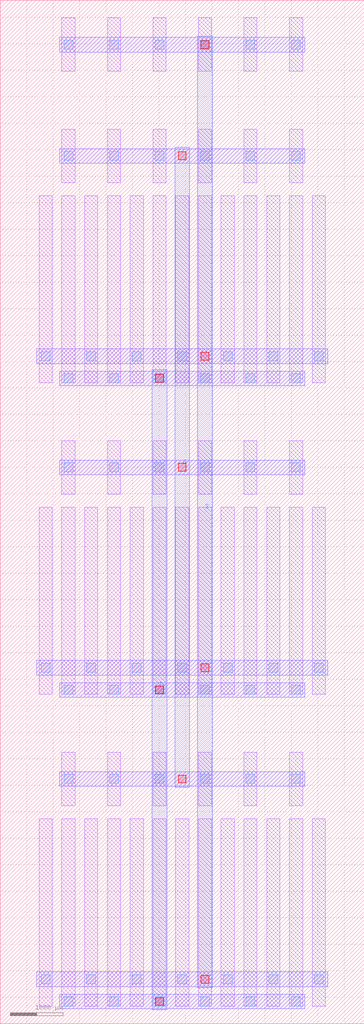
<source format=lef>
MACRO NMOS_S_89651636_X6_Y3
  UNITS 
    DATABASE MICRONS UNITS 1000;
  END UNITS 
  ORIGIN 0 0 ;
  FOREIGN NMOS_S_89651636_X6_Y3 0 0 ;
  SIZE 6880 BY 19320 ;
  PIN D
    DIRECTION INOUT ;
    USE SIGNAL ;
    PORT
      LAYER M3 ;
        RECT 2870 260 3150 12340 ;
    END
  END D
  PIN G
    DIRECTION INOUT ;
    USE SIGNAL ;
    PORT
      LAYER M3 ;
        RECT 3300 4460 3580 16540 ;
    END
  END G
  PIN S
    DIRECTION INOUT ;
    USE SIGNAL ;
    PORT
      LAYER M3 ;
        RECT 3730 680 4010 18640 ;
    END
  END S
  OBS
    LAYER M1 ;
      RECT 1165 335 1415 3865 ;
    LAYER M1 ;
      RECT 1165 4115 1415 5125 ;
    LAYER M1 ;
      RECT 1165 6215 1415 9745 ;
    LAYER M1 ;
      RECT 1165 9995 1415 11005 ;
    LAYER M1 ;
      RECT 1165 12095 1415 15625 ;
    LAYER M1 ;
      RECT 1165 15875 1415 16885 ;
    LAYER M1 ;
      RECT 1165 17975 1415 18985 ;
    LAYER M1 ;
      RECT 735 335 985 3865 ;
    LAYER M1 ;
      RECT 735 6215 985 9745 ;
    LAYER M1 ;
      RECT 735 12095 985 15625 ;
    LAYER M1 ;
      RECT 1595 335 1845 3865 ;
    LAYER M1 ;
      RECT 1595 6215 1845 9745 ;
    LAYER M1 ;
      RECT 1595 12095 1845 15625 ;
    LAYER M1 ;
      RECT 2025 335 2275 3865 ;
    LAYER M1 ;
      RECT 2025 4115 2275 5125 ;
    LAYER M1 ;
      RECT 2025 6215 2275 9745 ;
    LAYER M1 ;
      RECT 2025 9995 2275 11005 ;
    LAYER M1 ;
      RECT 2025 12095 2275 15625 ;
    LAYER M1 ;
      RECT 2025 15875 2275 16885 ;
    LAYER M1 ;
      RECT 2025 17975 2275 18985 ;
    LAYER M1 ;
      RECT 2455 335 2705 3865 ;
    LAYER M1 ;
      RECT 2455 6215 2705 9745 ;
    LAYER M1 ;
      RECT 2455 12095 2705 15625 ;
    LAYER M1 ;
      RECT 2885 335 3135 3865 ;
    LAYER M1 ;
      RECT 2885 4115 3135 5125 ;
    LAYER M1 ;
      RECT 2885 6215 3135 9745 ;
    LAYER M1 ;
      RECT 2885 9995 3135 11005 ;
    LAYER M1 ;
      RECT 2885 12095 3135 15625 ;
    LAYER M1 ;
      RECT 2885 15875 3135 16885 ;
    LAYER M1 ;
      RECT 2885 17975 3135 18985 ;
    LAYER M1 ;
      RECT 3315 335 3565 3865 ;
    LAYER M1 ;
      RECT 3315 6215 3565 9745 ;
    LAYER M1 ;
      RECT 3315 12095 3565 15625 ;
    LAYER M1 ;
      RECT 3745 335 3995 3865 ;
    LAYER M1 ;
      RECT 3745 4115 3995 5125 ;
    LAYER M1 ;
      RECT 3745 6215 3995 9745 ;
    LAYER M1 ;
      RECT 3745 9995 3995 11005 ;
    LAYER M1 ;
      RECT 3745 12095 3995 15625 ;
    LAYER M1 ;
      RECT 3745 15875 3995 16885 ;
    LAYER M1 ;
      RECT 3745 17975 3995 18985 ;
    LAYER M1 ;
      RECT 4175 335 4425 3865 ;
    LAYER M1 ;
      RECT 4175 6215 4425 9745 ;
    LAYER M1 ;
      RECT 4175 12095 4425 15625 ;
    LAYER M1 ;
      RECT 4605 335 4855 3865 ;
    LAYER M1 ;
      RECT 4605 4115 4855 5125 ;
    LAYER M1 ;
      RECT 4605 6215 4855 9745 ;
    LAYER M1 ;
      RECT 4605 9995 4855 11005 ;
    LAYER M1 ;
      RECT 4605 12095 4855 15625 ;
    LAYER M1 ;
      RECT 4605 15875 4855 16885 ;
    LAYER M1 ;
      RECT 4605 17975 4855 18985 ;
    LAYER M1 ;
      RECT 5035 335 5285 3865 ;
    LAYER M1 ;
      RECT 5035 6215 5285 9745 ;
    LAYER M1 ;
      RECT 5035 12095 5285 15625 ;
    LAYER M1 ;
      RECT 5465 335 5715 3865 ;
    LAYER M1 ;
      RECT 5465 4115 5715 5125 ;
    LAYER M1 ;
      RECT 5465 6215 5715 9745 ;
    LAYER M1 ;
      RECT 5465 9995 5715 11005 ;
    LAYER M1 ;
      RECT 5465 12095 5715 15625 ;
    LAYER M1 ;
      RECT 5465 15875 5715 16885 ;
    LAYER M1 ;
      RECT 5465 17975 5715 18985 ;
    LAYER M1 ;
      RECT 5895 335 6145 3865 ;
    LAYER M1 ;
      RECT 5895 6215 6145 9745 ;
    LAYER M1 ;
      RECT 5895 12095 6145 15625 ;
    LAYER M2 ;
      RECT 1120 280 5760 560 ;
    LAYER M2 ;
      RECT 1120 4480 5760 4760 ;
    LAYER M2 ;
      RECT 690 700 6190 980 ;
    LAYER M2 ;
      RECT 1120 6160 5760 6440 ;
    LAYER M2 ;
      RECT 1120 10360 5760 10640 ;
    LAYER M2 ;
      RECT 690 6580 6190 6860 ;
    LAYER M2 ;
      RECT 1120 12040 5760 12320 ;
    LAYER M2 ;
      RECT 1120 16240 5760 16520 ;
    LAYER M2 ;
      RECT 1120 18340 5760 18620 ;
    LAYER M2 ;
      RECT 690 12460 6190 12740 ;
    LAYER V1 ;
      RECT 1205 335 1375 505 ;
    LAYER V1 ;
      RECT 1205 4535 1375 4705 ;
    LAYER V1 ;
      RECT 1205 6215 1375 6385 ;
    LAYER V1 ;
      RECT 1205 10415 1375 10585 ;
    LAYER V1 ;
      RECT 1205 12095 1375 12265 ;
    LAYER V1 ;
      RECT 1205 16295 1375 16465 ;
    LAYER V1 ;
      RECT 1205 18395 1375 18565 ;
    LAYER V1 ;
      RECT 2065 335 2235 505 ;
    LAYER V1 ;
      RECT 2065 4535 2235 4705 ;
    LAYER V1 ;
      RECT 2065 6215 2235 6385 ;
    LAYER V1 ;
      RECT 2065 10415 2235 10585 ;
    LAYER V1 ;
      RECT 2065 12095 2235 12265 ;
    LAYER V1 ;
      RECT 2065 16295 2235 16465 ;
    LAYER V1 ;
      RECT 2065 18395 2235 18565 ;
    LAYER V1 ;
      RECT 2925 335 3095 505 ;
    LAYER V1 ;
      RECT 2925 4535 3095 4705 ;
    LAYER V1 ;
      RECT 2925 6215 3095 6385 ;
    LAYER V1 ;
      RECT 2925 10415 3095 10585 ;
    LAYER V1 ;
      RECT 2925 12095 3095 12265 ;
    LAYER V1 ;
      RECT 2925 16295 3095 16465 ;
    LAYER V1 ;
      RECT 2925 18395 3095 18565 ;
    LAYER V1 ;
      RECT 3785 335 3955 505 ;
    LAYER V1 ;
      RECT 3785 4535 3955 4705 ;
    LAYER V1 ;
      RECT 3785 6215 3955 6385 ;
    LAYER V1 ;
      RECT 3785 10415 3955 10585 ;
    LAYER V1 ;
      RECT 3785 12095 3955 12265 ;
    LAYER V1 ;
      RECT 3785 16295 3955 16465 ;
    LAYER V1 ;
      RECT 3785 18395 3955 18565 ;
    LAYER V1 ;
      RECT 4645 335 4815 505 ;
    LAYER V1 ;
      RECT 4645 4535 4815 4705 ;
    LAYER V1 ;
      RECT 4645 6215 4815 6385 ;
    LAYER V1 ;
      RECT 4645 10415 4815 10585 ;
    LAYER V1 ;
      RECT 4645 12095 4815 12265 ;
    LAYER V1 ;
      RECT 4645 16295 4815 16465 ;
    LAYER V1 ;
      RECT 4645 18395 4815 18565 ;
    LAYER V1 ;
      RECT 5505 335 5675 505 ;
    LAYER V1 ;
      RECT 5505 4535 5675 4705 ;
    LAYER V1 ;
      RECT 5505 6215 5675 6385 ;
    LAYER V1 ;
      RECT 5505 10415 5675 10585 ;
    LAYER V1 ;
      RECT 5505 12095 5675 12265 ;
    LAYER V1 ;
      RECT 5505 16295 5675 16465 ;
    LAYER V1 ;
      RECT 5505 18395 5675 18565 ;
    LAYER V1 ;
      RECT 775 755 945 925 ;
    LAYER V1 ;
      RECT 775 6635 945 6805 ;
    LAYER V1 ;
      RECT 775 12515 945 12685 ;
    LAYER V1 ;
      RECT 1635 755 1805 925 ;
    LAYER V1 ;
      RECT 1635 6635 1805 6805 ;
    LAYER V1 ;
      RECT 1635 12515 1805 12685 ;
    LAYER V1 ;
      RECT 2495 755 2665 925 ;
    LAYER V1 ;
      RECT 2495 6635 2665 6805 ;
    LAYER V1 ;
      RECT 2495 12515 2665 12685 ;
    LAYER V1 ;
      RECT 3355 755 3525 925 ;
    LAYER V1 ;
      RECT 3355 6635 3525 6805 ;
    LAYER V1 ;
      RECT 3355 12515 3525 12685 ;
    LAYER V1 ;
      RECT 4215 755 4385 925 ;
    LAYER V1 ;
      RECT 4215 6635 4385 6805 ;
    LAYER V1 ;
      RECT 4215 12515 4385 12685 ;
    LAYER V1 ;
      RECT 5075 755 5245 925 ;
    LAYER V1 ;
      RECT 5075 6635 5245 6805 ;
    LAYER V1 ;
      RECT 5075 12515 5245 12685 ;
    LAYER V1 ;
      RECT 5935 755 6105 925 ;
    LAYER V1 ;
      RECT 5935 6635 6105 6805 ;
    LAYER V1 ;
      RECT 5935 12515 6105 12685 ;
    LAYER V2 ;
      RECT 2935 345 3085 495 ;
    LAYER V2 ;
      RECT 2935 6225 3085 6375 ;
    LAYER V2 ;
      RECT 2935 12105 3085 12255 ;
    LAYER V2 ;
      RECT 3365 4545 3515 4695 ;
    LAYER V2 ;
      RECT 3365 10425 3515 10575 ;
    LAYER V2 ;
      RECT 3365 16305 3515 16455 ;
    LAYER V2 ;
      RECT 3795 765 3945 915 ;
    LAYER V2 ;
      RECT 3795 6645 3945 6795 ;
    LAYER V2 ;
      RECT 3795 12525 3945 12675 ;
    LAYER V2 ;
      RECT 3795 18405 3945 18555 ;
  END
END NMOS_S_89651636_X6_Y3

</source>
